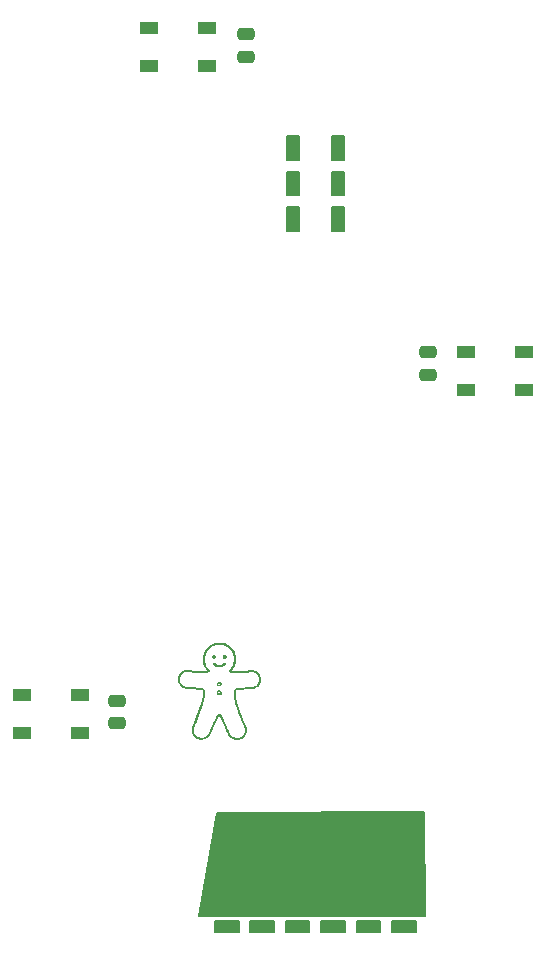
<source format=gbs>
%TF.GenerationSoftware,KiCad,Pcbnew,(6.0.7)*%
%TF.CreationDate,2022-11-21T20:09:17+01:00*%
%TF.ProjectId,Arbolito Tronco,4172626f-6c69-4746-9f20-54726f6e636f,rev?*%
%TF.SameCoordinates,Original*%
%TF.FileFunction,Soldermask,Bot*%
%TF.FilePolarity,Negative*%
%FSLAX46Y46*%
G04 Gerber Fmt 4.6, Leading zero omitted, Abs format (unit mm)*
G04 Created by KiCad (PCBNEW (6.0.7)) date 2022-11-21 20:09:17*
%MOMM*%
%LPD*%
G01*
G04 APERTURE LIST*
G04 Aperture macros list*
%AMRoundRect*
0 Rectangle with rounded corners*
0 $1 Rounding radius*
0 $2 $3 $4 $5 $6 $7 $8 $9 X,Y pos of 4 corners*
0 Add a 4 corners polygon primitive as box body*
4,1,4,$2,$3,$4,$5,$6,$7,$8,$9,$2,$3,0*
0 Add four circle primitives for the rounded corners*
1,1,$1+$1,$2,$3*
1,1,$1+$1,$4,$5*
1,1,$1+$1,$6,$7*
1,1,$1+$1,$8,$9*
0 Add four rect primitives between the rounded corners*
20,1,$1+$1,$2,$3,$4,$5,0*
20,1,$1+$1,$4,$5,$6,$7,0*
20,1,$1+$1,$6,$7,$8,$9,0*
20,1,$1+$1,$8,$9,$2,$3,0*%
G04 Aperture macros list end*
%ADD10C,0.150000*%
%ADD11R,1.500000X1.000000*%
%ADD12RoundRect,0.250000X-0.475000X0.250000X-0.475000X-0.250000X0.475000X-0.250000X0.475000X0.250000X0*%
G04 APERTURE END LIST*
D10*
G36*
X141900000Y-69100000D02*
G01*
X140900000Y-69100000D01*
X140900000Y-67100000D01*
X141900000Y-67100000D01*
X141900000Y-69100000D01*
G37*
X141900000Y-69100000D02*
X140900000Y-69100000D01*
X140900000Y-67100000D01*
X141900000Y-67100000D01*
X141900000Y-69100000D01*
G36*
X142000000Y-128500000D02*
G01*
X140000000Y-128500000D01*
X140000000Y-127500000D01*
X142000000Y-127500000D01*
X142000000Y-128500000D01*
G37*
X142000000Y-128500000D02*
X140000000Y-128500000D01*
X140000000Y-127500000D01*
X142000000Y-127500000D01*
X142000000Y-128500000D01*
G36*
X148000000Y-128500000D02*
G01*
X146000000Y-128500000D01*
X146000000Y-127500000D01*
X148000000Y-127500000D01*
X148000000Y-128500000D01*
G37*
X148000000Y-128500000D02*
X146000000Y-128500000D01*
X146000000Y-127500000D01*
X148000000Y-127500000D01*
X148000000Y-128500000D01*
G36*
X141900000Y-63100000D02*
G01*
X140900000Y-63100000D01*
X140900000Y-61100000D01*
X141900000Y-61100000D01*
X141900000Y-63100000D01*
G37*
X141900000Y-63100000D02*
X140900000Y-63100000D01*
X140900000Y-61100000D01*
X141900000Y-61100000D01*
X141900000Y-63100000D01*
G36*
X141900000Y-66100000D02*
G01*
X140900000Y-66100000D01*
X140900000Y-64100000D01*
X141900000Y-64100000D01*
X141900000Y-66100000D01*
G37*
X141900000Y-66100000D02*
X140900000Y-66100000D01*
X140900000Y-64100000D01*
X141900000Y-64100000D01*
X141900000Y-66100000D01*
G36*
X138100000Y-66100000D02*
G01*
X137100000Y-66100000D01*
X137100000Y-64100000D01*
X138100000Y-64100000D01*
X138100000Y-66100000D01*
G37*
X138100000Y-66100000D02*
X137100000Y-66100000D01*
X137100000Y-64100000D01*
X138100000Y-64100000D01*
X138100000Y-66100000D01*
G36*
X139000000Y-128500000D02*
G01*
X137000000Y-128500000D01*
X137000000Y-127500000D01*
X139000000Y-127500000D01*
X139000000Y-128500000D01*
G37*
X139000000Y-128500000D02*
X137000000Y-128500000D01*
X137000000Y-127500000D01*
X139000000Y-127500000D01*
X139000000Y-128500000D01*
G36*
X148765333Y-127090894D02*
G01*
X129661749Y-127089747D01*
X131161749Y-118389747D01*
X148660734Y-118299831D01*
X148765333Y-127090894D01*
G37*
X148765333Y-127090894D02*
X129661749Y-127089747D01*
X131161749Y-118389747D01*
X148660734Y-118299831D01*
X148765333Y-127090894D01*
G36*
X133000000Y-128500000D02*
G01*
X131000000Y-128500000D01*
X131000000Y-127500000D01*
X133000000Y-127500000D01*
X133000000Y-128500000D01*
G37*
X133000000Y-128500000D02*
X131000000Y-128500000D01*
X131000000Y-127500000D01*
X133000000Y-127500000D01*
X133000000Y-128500000D01*
G36*
X138100000Y-63100000D02*
G01*
X137100000Y-63100000D01*
X137100000Y-61100000D01*
X138100000Y-61100000D01*
X138100000Y-63100000D01*
G37*
X138100000Y-63100000D02*
X137100000Y-63100000D01*
X137100000Y-61100000D01*
X138100000Y-61100000D01*
X138100000Y-63100000D01*
G36*
X136000000Y-128500000D02*
G01*
X134000000Y-128500000D01*
X134000000Y-127500000D01*
X136000000Y-127500000D01*
X136000000Y-128500000D01*
G37*
X136000000Y-128500000D02*
X134000000Y-128500000D01*
X134000000Y-127500000D01*
X136000000Y-127500000D01*
X136000000Y-128500000D01*
G36*
X138100000Y-69100000D02*
G01*
X137100000Y-69100000D01*
X137100000Y-67100000D01*
X138100000Y-67100000D01*
X138100000Y-69100000D01*
G37*
X138100000Y-69100000D02*
X137100000Y-69100000D01*
X137100000Y-67100000D01*
X138100000Y-67100000D01*
X138100000Y-69100000D01*
G36*
X145000000Y-128500000D02*
G01*
X143000000Y-128500000D01*
X143000000Y-127500000D01*
X145000000Y-127500000D01*
X145000000Y-128500000D01*
G37*
X145000000Y-128500000D02*
X143000000Y-128500000D01*
X143000000Y-127500000D01*
X145000000Y-127500000D01*
X145000000Y-128500000D01*
%TO.C,G\u002A\u002A\u002A*%
G36*
X131873190Y-105024441D02*
G01*
X131914081Y-105041623D01*
X131917526Y-105044017D01*
X131958175Y-105080064D01*
X131982198Y-105121287D01*
X131992746Y-105172949D01*
X131993331Y-105184298D01*
X131985869Y-105239378D01*
X131962837Y-105287840D01*
X131926720Y-105325797D01*
X131880000Y-105349362D01*
X131848247Y-105356600D01*
X131804699Y-105356135D01*
X131758840Y-105340868D01*
X131728744Y-105323406D01*
X131691103Y-105285785D01*
X131667409Y-105239939D01*
X131658161Y-105189789D01*
X131663859Y-105139256D01*
X131685003Y-105092261D01*
X131722094Y-105052725D01*
X131729643Y-105047404D01*
X131773986Y-105027735D01*
X131824163Y-105019946D01*
X131873190Y-105024441D01*
G37*
G36*
X131553264Y-108319296D02*
G01*
X131514150Y-108366576D01*
X131460000Y-108404305D01*
X131459564Y-108404530D01*
X131425432Y-108414939D01*
X131381198Y-108419405D01*
X131335794Y-108417647D01*
X131298151Y-108409386D01*
X131290824Y-108406115D01*
X131263543Y-108389139D01*
X131236279Y-108366886D01*
X131203981Y-108329252D01*
X131176432Y-108273833D01*
X131168350Y-108227897D01*
X131293780Y-108227897D01*
X131306852Y-108260607D01*
X131334649Y-108284818D01*
X131361145Y-108296313D01*
X131385137Y-108298171D01*
X131410000Y-108287921D01*
X131423269Y-108279225D01*
X131447022Y-108250788D01*
X131454682Y-108212045D01*
X131454481Y-108205171D01*
X131443737Y-108170109D01*
X131420169Y-108145145D01*
X131388636Y-108132445D01*
X131353996Y-108134175D01*
X131321107Y-108152500D01*
X131314120Y-108159525D01*
X131296011Y-108192324D01*
X131293780Y-108227897D01*
X131168350Y-108227897D01*
X131166095Y-108215081D01*
X131172951Y-108156408D01*
X131196979Y-108101230D01*
X131238157Y-108052959D01*
X131242378Y-108049343D01*
X131295908Y-108016475D01*
X131353766Y-108001883D01*
X131412796Y-108005419D01*
X131469843Y-108026936D01*
X131521751Y-108066285D01*
X131547886Y-108097501D01*
X131574653Y-108151569D01*
X131584090Y-108208652D01*
X131583654Y-108212045D01*
X131576769Y-108265608D01*
X131553264Y-108319296D01*
G37*
G36*
X130966369Y-105003237D02*
G01*
X131018609Y-105023656D01*
X131033898Y-105033759D01*
X131072304Y-105073124D01*
X131096308Y-105121442D01*
X131104224Y-105174191D01*
X131094364Y-105226849D01*
X131094321Y-105226962D01*
X131071875Y-105265422D01*
X131037867Y-105301070D01*
X131000000Y-105325826D01*
X130983528Y-105332097D01*
X130931679Y-105339303D01*
X130881309Y-105329830D01*
X130835945Y-105305997D01*
X130799115Y-105270121D01*
X130774346Y-105224519D01*
X130765165Y-105171511D01*
X130769618Y-105130477D01*
X130789513Y-105080788D01*
X130822394Y-105041319D01*
X130865003Y-105013970D01*
X130914081Y-105000642D01*
X130966369Y-105003237D01*
G37*
G36*
X134907722Y-107178856D02*
G01*
X134880026Y-107296388D01*
X134835091Y-107408570D01*
X134774319Y-107513637D01*
X134699111Y-107609820D01*
X134610869Y-107695354D01*
X134510994Y-107768471D01*
X134400887Y-107827404D01*
X134281949Y-107870387D01*
X134275400Y-107872176D01*
X134260157Y-107875938D01*
X134242852Y-107879513D01*
X134222205Y-107883009D01*
X134196940Y-107886536D01*
X134165778Y-107890203D01*
X134127442Y-107894118D01*
X134080652Y-107898392D01*
X134024131Y-107903132D01*
X133956602Y-107908449D01*
X133876785Y-107914450D01*
X133783404Y-107921245D01*
X133675179Y-107928944D01*
X133550834Y-107937654D01*
X133409089Y-107947486D01*
X133248667Y-107958548D01*
X133194396Y-107962287D01*
X133099054Y-107968971D01*
X133020849Y-107974832D01*
X132957899Y-107980248D01*
X132908323Y-107985593D01*
X132870239Y-107991243D01*
X132841766Y-107997574D01*
X132821022Y-108004962D01*
X132806126Y-108013782D01*
X132795196Y-108024410D01*
X132786351Y-108037222D01*
X132777709Y-108052594D01*
X132775608Y-108056634D01*
X132769821Y-108071418D01*
X132765656Y-108090718D01*
X132762873Y-108117631D01*
X132761230Y-108155251D01*
X132760488Y-108206675D01*
X132760404Y-108275000D01*
X132761109Y-108331509D01*
X132765388Y-108427943D01*
X132774004Y-108523750D01*
X132787497Y-108622119D01*
X132806408Y-108726239D01*
X132831277Y-108839300D01*
X132862645Y-108964490D01*
X132901051Y-109105000D01*
X132931001Y-109206957D01*
X132967649Y-109324247D01*
X133009259Y-109451486D01*
X133054931Y-109586252D01*
X133103765Y-109726122D01*
X133154858Y-109868672D01*
X133207310Y-110011481D01*
X133260221Y-110152124D01*
X133312689Y-110288179D01*
X133363813Y-110417224D01*
X133412692Y-110536834D01*
X133458425Y-110644588D01*
X133500111Y-110738062D01*
X133536850Y-110814833D01*
X133567618Y-110877061D01*
X133611219Y-110970515D01*
X133645196Y-111052271D01*
X133670437Y-111125456D01*
X133687833Y-111193196D01*
X133698272Y-111258616D01*
X133702642Y-111324842D01*
X133701833Y-111395000D01*
X133694251Y-111489485D01*
X133678553Y-111574730D01*
X133653047Y-111655214D01*
X133615926Y-111738149D01*
X133559234Y-111835187D01*
X133479761Y-111935834D01*
X133387040Y-112021978D01*
X133282131Y-112092793D01*
X133166097Y-112147455D01*
X133040000Y-112185140D01*
X133002284Y-112191911D01*
X132919687Y-112199045D01*
X132830287Y-112198584D01*
X132741700Y-112190719D01*
X132661544Y-112175642D01*
X132598821Y-112156990D01*
X132485994Y-112109114D01*
X132380995Y-112045946D01*
X132286534Y-111969517D01*
X132205323Y-111881858D01*
X132140072Y-111785000D01*
X132137147Y-111779431D01*
X132124741Y-111753805D01*
X132105239Y-111712007D01*
X132079317Y-111655539D01*
X132047654Y-111585904D01*
X132010927Y-111504604D01*
X131969814Y-111413142D01*
X131924992Y-111313020D01*
X131877140Y-111205742D01*
X131826935Y-111092810D01*
X131775055Y-110975725D01*
X131751367Y-110922192D01*
X131700660Y-110807699D01*
X131652229Y-110698481D01*
X131606718Y-110595984D01*
X131564774Y-110501654D01*
X131527040Y-110416940D01*
X131494161Y-110343286D01*
X131466783Y-110282142D01*
X131445549Y-110234952D01*
X131431105Y-110203164D01*
X131424095Y-110188225D01*
X131409946Y-110164540D01*
X131394359Y-110152775D01*
X131371347Y-110150000D01*
X131344526Y-110154500D01*
X131322750Y-110167500D01*
X131319314Y-110173437D01*
X131307816Y-110196625D01*
X131289222Y-110235787D01*
X131264155Y-110289554D01*
X131233243Y-110356559D01*
X131197110Y-110435434D01*
X131156383Y-110524812D01*
X131111688Y-110623325D01*
X131063651Y-110729606D01*
X131012897Y-110842286D01*
X130960053Y-110960000D01*
X130927253Y-111033094D01*
X130874795Y-111149623D01*
X130824419Y-111261079D01*
X130776798Y-111365994D01*
X130732606Y-111462904D01*
X130692516Y-111550341D01*
X130657199Y-111626839D01*
X130627331Y-111690934D01*
X130603583Y-111741157D01*
X130586628Y-111776044D01*
X130577140Y-111794129D01*
X130558991Y-111821826D01*
X130514415Y-111878995D01*
X130461091Y-111937468D01*
X130404533Y-111991393D01*
X130350253Y-112034919D01*
X130279173Y-112080492D01*
X130167497Y-112134578D01*
X130053213Y-112170724D01*
X129937844Y-112189704D01*
X129822910Y-112192291D01*
X129709933Y-112179258D01*
X129600435Y-112151379D01*
X129495936Y-112109427D01*
X129397959Y-112054177D01*
X129308024Y-111986399D01*
X129227654Y-111906870D01*
X129158369Y-111816361D01*
X129101691Y-111715646D01*
X129059141Y-111605499D01*
X129032241Y-111486692D01*
X129022512Y-111360000D01*
X129022573Y-111339134D01*
X129026550Y-111260097D01*
X129037498Y-111186474D01*
X129056733Y-111112957D01*
X129085570Y-111034235D01*
X129125324Y-110945000D01*
X129204997Y-110774066D01*
X129313807Y-110530544D01*
X129416745Y-110288164D01*
X129513206Y-110048633D01*
X129602586Y-109813656D01*
X129684283Y-109584941D01*
X129757693Y-109364192D01*
X129822212Y-109153118D01*
X129877238Y-108953423D01*
X129922166Y-108766815D01*
X129956393Y-108595000D01*
X129959109Y-108578536D01*
X129967043Y-108517334D01*
X129973282Y-108448657D01*
X129977773Y-108375924D01*
X129980462Y-108302555D01*
X129981295Y-108231972D01*
X129980219Y-108167595D01*
X129977180Y-108112843D01*
X129972125Y-108071138D01*
X129965000Y-108045899D01*
X129964715Y-108045344D01*
X129958400Y-108032799D01*
X129952319Y-108021943D01*
X129945032Y-108012546D01*
X129935096Y-108004377D01*
X129921072Y-107997203D01*
X129901518Y-107990793D01*
X129874994Y-107984918D01*
X129840057Y-107979344D01*
X129795268Y-107973841D01*
X129739185Y-107968177D01*
X129670367Y-107962122D01*
X129587373Y-107955443D01*
X129488762Y-107947911D01*
X129373093Y-107939292D01*
X129238925Y-107929356D01*
X129212783Y-107927415D01*
X129073973Y-107917003D01*
X128953271Y-107907699D01*
X128849106Y-107899315D01*
X128759905Y-107891658D01*
X128684094Y-107884537D01*
X128620102Y-107877762D01*
X128566355Y-107871142D01*
X128521281Y-107864486D01*
X128483307Y-107857602D01*
X128450860Y-107850301D01*
X128422368Y-107842391D01*
X128396259Y-107833680D01*
X128370959Y-107823979D01*
X128270695Y-107774341D01*
X128171201Y-107706119D01*
X128080061Y-107624156D01*
X128000164Y-107531419D01*
X127934401Y-107430878D01*
X127885660Y-107325501D01*
X127873214Y-107289270D01*
X127843999Y-107167048D01*
X127834778Y-107050501D01*
X128005000Y-107050501D01*
X128008024Y-107102823D01*
X128025581Y-107194677D01*
X128056889Y-107287125D01*
X128099756Y-107374217D01*
X128151994Y-107450000D01*
X128175466Y-107477040D01*
X128255582Y-107552745D01*
X128345104Y-107615799D01*
X128440223Y-107663787D01*
X128537132Y-107694293D01*
X128539889Y-107694843D01*
X128566372Y-107698646D01*
X128610692Y-107703644D01*
X128671059Y-107709682D01*
X128745682Y-107716599D01*
X128832772Y-107724240D01*
X128930539Y-107732446D01*
X129037193Y-107741059D01*
X129150943Y-107749921D01*
X129270000Y-107758876D01*
X129385256Y-107767460D01*
X129511603Y-107777082D01*
X129619982Y-107785621D01*
X129711499Y-107793179D01*
X129787260Y-107799860D01*
X129848368Y-107805764D01*
X129895930Y-107810996D01*
X129931049Y-107815657D01*
X129954832Y-107819849D01*
X129968382Y-107823677D01*
X129979666Y-107828617D01*
X130037940Y-107863602D01*
X130083622Y-107910113D01*
X130117684Y-107969771D01*
X130141092Y-108044194D01*
X130154818Y-108135000D01*
X130155213Y-108139367D01*
X130159525Y-108259134D01*
X130152974Y-108394625D01*
X130135819Y-108544978D01*
X130108314Y-108709333D01*
X130070717Y-108886828D01*
X130023284Y-109076604D01*
X129966272Y-109277800D01*
X129899937Y-109489555D01*
X129824537Y-109711007D01*
X129740327Y-109941297D01*
X129647564Y-110179564D01*
X129546505Y-110424946D01*
X129437406Y-110676584D01*
X129320524Y-110933616D01*
X129317949Y-110939156D01*
X129280297Y-111021536D01*
X129250913Y-111089680D01*
X129228898Y-111146900D01*
X129213352Y-111196506D01*
X129203376Y-111241808D01*
X129198069Y-111286118D01*
X129196532Y-111332745D01*
X129197866Y-111385000D01*
X129202712Y-111445398D01*
X129224400Y-111553567D01*
X129263096Y-111652363D01*
X129319706Y-111743827D01*
X129395134Y-111830000D01*
X129400324Y-111835092D01*
X129475033Y-111898926D01*
X129554784Y-111948263D01*
X129646651Y-111987532D01*
X129664834Y-111993824D01*
X129694574Y-112002644D01*
X129723845Y-112008433D01*
X129757762Y-112011825D01*
X129801442Y-112013453D01*
X129860000Y-112013951D01*
X129899430Y-112013907D01*
X129947368Y-112013021D01*
X129983657Y-112010591D01*
X130013367Y-112005996D01*
X130041574Y-111998617D01*
X130073350Y-111987830D01*
X130115859Y-111970917D01*
X130163731Y-111949055D01*
X130203350Y-111928205D01*
X130234843Y-111907121D01*
X130281077Y-111869676D01*
X130328923Y-111825189D01*
X130373830Y-111778210D01*
X130411246Y-111733291D01*
X130436618Y-111694982D01*
X130439192Y-111689880D01*
X130450702Y-111665662D01*
X130469428Y-111625300D01*
X130494699Y-111570270D01*
X130525846Y-111502045D01*
X130562199Y-111422099D01*
X130603089Y-111331907D01*
X130647846Y-111232941D01*
X130695800Y-111126676D01*
X130746282Y-111014586D01*
X130798623Y-110898144D01*
X130821403Y-110847432D01*
X130873005Y-110732666D01*
X130922440Y-110622872D01*
X130969039Y-110519525D01*
X131012134Y-110424100D01*
X131051058Y-110338073D01*
X131085142Y-110262920D01*
X131113718Y-110200116D01*
X131136119Y-110151136D01*
X131151676Y-110117455D01*
X131159721Y-110100550D01*
X131183703Y-110062944D01*
X131229569Y-110018857D01*
X131284846Y-109988965D01*
X131345785Y-109974518D01*
X131408638Y-109976771D01*
X131469655Y-109996976D01*
X131478270Y-110001373D01*
X131492448Y-110009326D01*
X131505688Y-110018537D01*
X131518685Y-110030315D01*
X131532131Y-110045971D01*
X131546721Y-110066816D01*
X131563149Y-110094161D01*
X131582107Y-110129316D01*
X131604289Y-110173592D01*
X131630390Y-110228300D01*
X131661102Y-110294749D01*
X131697120Y-110374252D01*
X131739136Y-110468117D01*
X131787845Y-110577657D01*
X131843941Y-110704181D01*
X131862033Y-110745015D01*
X131911161Y-110855945D01*
X131959370Y-110964859D01*
X132005760Y-111069723D01*
X132049433Y-111168504D01*
X132089491Y-111259169D01*
X132125034Y-111339684D01*
X132155166Y-111408016D01*
X132178986Y-111462133D01*
X132195597Y-111500000D01*
X132213686Y-111540439D01*
X132241389Y-111599407D01*
X132268525Y-111654100D01*
X132292727Y-111699785D01*
X132311625Y-111731731D01*
X132374802Y-111812615D01*
X132457548Y-111888206D01*
X132553211Y-111949566D01*
X132660096Y-111995412D01*
X132715865Y-112011467D01*
X132772990Y-112021252D01*
X132840000Y-112025998D01*
X132909129Y-112026033D01*
X132995264Y-112016516D01*
X133077943Y-111994428D01*
X133165000Y-111958134D01*
X133179724Y-111950951D01*
X133220099Y-111928906D01*
X133255569Y-111904520D01*
X133292001Y-111873420D01*
X133335259Y-111831236D01*
X133378007Y-111785040D01*
X133436278Y-111706784D01*
X133479832Y-111623546D01*
X133511791Y-111530000D01*
X133514359Y-111519816D01*
X133524353Y-111459093D01*
X133529046Y-111389305D01*
X133528446Y-111317542D01*
X133522561Y-111250895D01*
X133511400Y-111196451D01*
X133508158Y-111187027D01*
X133496623Y-111157272D01*
X133478296Y-111112200D01*
X133453980Y-111053710D01*
X133424476Y-110983701D01*
X133390588Y-110904071D01*
X133353116Y-110816720D01*
X133312864Y-110723547D01*
X133270634Y-110626451D01*
X133255528Y-110591780D01*
X133211217Y-110489434D01*
X133167629Y-110387869D01*
X133125817Y-110289588D01*
X133086832Y-110197092D01*
X133051723Y-110112884D01*
X133021543Y-110039464D01*
X132997342Y-109979335D01*
X132980171Y-109935000D01*
X132915847Y-109758186D01*
X132839656Y-109534167D01*
X132772867Y-109319761D01*
X132715678Y-109115856D01*
X132668285Y-108923340D01*
X132630888Y-108743100D01*
X132603684Y-108576023D01*
X132586871Y-108422998D01*
X132580646Y-108284911D01*
X132585207Y-108162651D01*
X132587839Y-108135291D01*
X132593331Y-108088378D01*
X132599176Y-108048422D01*
X132604484Y-108021919D01*
X132617634Y-107985318D01*
X132653928Y-107926448D01*
X132703978Y-107876954D01*
X132764090Y-107840145D01*
X132830570Y-107819329D01*
X132833773Y-107818844D01*
X132858661Y-107816081D01*
X132901172Y-107812167D01*
X132959436Y-107807246D01*
X133031581Y-107801464D01*
X133115734Y-107794966D01*
X133210024Y-107787896D01*
X133312580Y-107780401D01*
X133421529Y-107772625D01*
X133535000Y-107764714D01*
X133574996Y-107761944D01*
X133711251Y-107752278D01*
X133833991Y-107743198D01*
X133942294Y-107734782D01*
X134035240Y-107727109D01*
X134111905Y-107720256D01*
X134171368Y-107714301D01*
X134212707Y-107709323D01*
X134235000Y-107705400D01*
X134258899Y-107698330D01*
X134351664Y-107660165D01*
X134441604Y-107607339D01*
X134523104Y-107543530D01*
X134590550Y-107472418D01*
X134620824Y-107431648D01*
X134676499Y-107336656D01*
X134715789Y-107237494D01*
X134738028Y-107136726D01*
X134742550Y-107036919D01*
X134728690Y-106940638D01*
X134721663Y-106914701D01*
X134681463Y-106811897D01*
X134624909Y-106719038D01*
X134553615Y-106637739D01*
X134469197Y-106569615D01*
X134373268Y-106516278D01*
X134267442Y-106479345D01*
X134239962Y-106472777D01*
X134199526Y-106465460D01*
X134158735Y-106461783D01*
X134113739Y-106461803D01*
X134060684Y-106465578D01*
X133995722Y-106473167D01*
X133915000Y-106484626D01*
X133884746Y-106489115D01*
X133758306Y-106507130D01*
X133645756Y-106521617D01*
X133542414Y-106532931D01*
X133443599Y-106541429D01*
X133344631Y-106547469D01*
X133240829Y-106551407D01*
X133127513Y-106553600D01*
X133000000Y-106554406D01*
X132952347Y-106554448D01*
X132851270Y-106554134D01*
X132766120Y-106553053D01*
X132694027Y-106550976D01*
X132632122Y-106547677D01*
X132577536Y-106542929D01*
X132527400Y-106536504D01*
X132478845Y-106528174D01*
X132429002Y-106517713D01*
X132375000Y-106504893D01*
X132304084Y-106485840D01*
X132245403Y-106465781D01*
X132203033Y-106444996D01*
X132175096Y-106422302D01*
X132159711Y-106396517D01*
X132155000Y-106366458D01*
X132157170Y-106353238D01*
X132166019Y-106335213D01*
X132183546Y-106311398D01*
X132211718Y-106279158D01*
X132252500Y-106235860D01*
X132259287Y-106228755D01*
X132363832Y-106106899D01*
X132449192Y-105981172D01*
X132516008Y-105850096D01*
X132564923Y-105712193D01*
X132596578Y-105565987D01*
X132611617Y-105410000D01*
X132611411Y-105300334D01*
X132594837Y-105149493D01*
X132560119Y-105003716D01*
X132508236Y-104864389D01*
X132440165Y-104732895D01*
X132356885Y-104610618D01*
X132259372Y-104498941D01*
X132148605Y-104399248D01*
X132025563Y-104312923D01*
X131891221Y-104241350D01*
X131746560Y-104185913D01*
X131636699Y-104157183D01*
X131487154Y-104135216D01*
X131336115Y-104131618D01*
X131185978Y-104146122D01*
X131039138Y-104178460D01*
X130897992Y-104228365D01*
X130764934Y-104295569D01*
X130762687Y-104296900D01*
X130628828Y-104387233D01*
X130510162Y-104489963D01*
X130407247Y-104604166D01*
X130320641Y-104728920D01*
X130250901Y-104863303D01*
X130198586Y-105006393D01*
X130164253Y-105157265D01*
X130148460Y-105315000D01*
X130148387Y-105316866D01*
X130148125Y-105434881D01*
X130157730Y-105542854D01*
X130178302Y-105648610D01*
X130210939Y-105759975D01*
X130229976Y-105813381D01*
X130279736Y-105926525D01*
X130340718Y-106031777D01*
X130415624Y-106133482D01*
X130507156Y-106235980D01*
X130513288Y-106242343D01*
X130548753Y-106279985D01*
X130572389Y-106307462D01*
X130586463Y-106328010D01*
X130593244Y-106344863D01*
X130595000Y-106361255D01*
X130595000Y-106361361D01*
X130590597Y-106391797D01*
X130580062Y-106416877D01*
X130579946Y-106417042D01*
X130555872Y-106437444D01*
X130513908Y-106457616D01*
X130456147Y-106477132D01*
X130384681Y-106495566D01*
X130301601Y-106512491D01*
X130209001Y-106527480D01*
X130108973Y-106540106D01*
X130003609Y-106549944D01*
X129895000Y-106556566D01*
X129874579Y-106557339D01*
X129776162Y-106558199D01*
X129662342Y-106555289D01*
X129536497Y-106548876D01*
X129402010Y-106539227D01*
X129262261Y-106526609D01*
X129120631Y-106511289D01*
X128980500Y-106493535D01*
X128845250Y-106473614D01*
X128808260Y-106467921D01*
X128720563Y-106456441D01*
X128647333Y-106450482D01*
X128585125Y-106449961D01*
X128530495Y-106454797D01*
X128480000Y-106464906D01*
X128394416Y-106493820D01*
X128301599Y-106542425D01*
X128218262Y-106604933D01*
X128146153Y-106679185D01*
X128087023Y-106763025D01*
X128042622Y-106854295D01*
X128014697Y-106950840D01*
X128005000Y-107050501D01*
X127834778Y-107050501D01*
X127834435Y-107046171D01*
X127844253Y-106927822D01*
X127873185Y-106813187D01*
X127920963Y-106703452D01*
X127987317Y-106599800D01*
X128071979Y-106503418D01*
X128101264Y-106476141D01*
X128190953Y-106408074D01*
X128290109Y-106352380D01*
X128395289Y-106310272D01*
X128503052Y-106282965D01*
X128609955Y-106271670D01*
X128712557Y-106277603D01*
X128728823Y-106280051D01*
X128773889Y-106286826D01*
X128830353Y-106295309D01*
X128892596Y-106304657D01*
X128955000Y-106314024D01*
X129135949Y-106338688D01*
X129366429Y-106362800D01*
X129589512Y-106377891D01*
X129801826Y-106383747D01*
X130000000Y-106380155D01*
X130046677Y-106377684D01*
X130117512Y-106372434D01*
X130184000Y-106365817D01*
X130243013Y-106358251D01*
X130291423Y-106350157D01*
X130326103Y-106341953D01*
X130343923Y-106334058D01*
X130344023Y-106333923D01*
X130339363Y-106324447D01*
X130324664Y-106304341D01*
X130302939Y-106277743D01*
X130240970Y-106198940D01*
X130154175Y-106063217D01*
X130082537Y-105916549D01*
X130027187Y-105761375D01*
X129989252Y-105600134D01*
X129982043Y-105546959D01*
X129976299Y-105467801D01*
X129974186Y-105380580D01*
X129975698Y-105291746D01*
X129980830Y-105207744D01*
X129989579Y-105135024D01*
X130011571Y-105031274D01*
X130053206Y-104898059D01*
X130108274Y-104766207D01*
X130174313Y-104641469D01*
X130248861Y-104529594D01*
X130264918Y-104508916D01*
X130323082Y-104441215D01*
X130390356Y-104371385D01*
X130461772Y-104304173D01*
X130532366Y-104244327D01*
X130597170Y-104196596D01*
X130663436Y-104155294D01*
X130801763Y-104083922D01*
X130947796Y-104026239D01*
X131095000Y-103985022D01*
X131119674Y-103980219D01*
X131190310Y-103970907D01*
X131272472Y-103964800D01*
X131360343Y-103962015D01*
X131448108Y-103962671D01*
X131529951Y-103966885D01*
X131600054Y-103974776D01*
X131685073Y-103990779D01*
X131842951Y-104035355D01*
X131992560Y-104097223D01*
X132132816Y-104175344D01*
X132262639Y-104268679D01*
X132380945Y-104376189D01*
X132486652Y-104496835D01*
X132578677Y-104629578D01*
X132655939Y-104773379D01*
X132717355Y-104927199D01*
X132761843Y-105090000D01*
X132767237Y-105120391D01*
X132774536Y-105186145D01*
X132779109Y-105263399D01*
X132780961Y-105346933D01*
X132780097Y-105431527D01*
X132776524Y-105511961D01*
X132770247Y-105583016D01*
X132761270Y-105639474D01*
X132757036Y-105658303D01*
X132717477Y-105797681D01*
X132665002Y-105933319D01*
X132601508Y-106061331D01*
X132528892Y-106177835D01*
X132449049Y-106278945D01*
X132447388Y-106280798D01*
X132425243Y-106306600D01*
X132410482Y-106325849D01*
X132406223Y-106334498D01*
X132406963Y-106334941D01*
X132421099Y-106339167D01*
X132448805Y-106345754D01*
X132485000Y-106353478D01*
X132495155Y-106355493D01*
X132602196Y-106371749D01*
X132726107Y-106382671D01*
X132864728Y-106388318D01*
X133015899Y-106388751D01*
X133177461Y-106384028D01*
X133347253Y-106374210D01*
X133523114Y-106359356D01*
X133702886Y-106339527D01*
X133884406Y-106314781D01*
X133958763Y-106304412D01*
X134053549Y-106294396D01*
X134135416Y-106290608D01*
X134208033Y-106293234D01*
X134275070Y-106302462D01*
X134340198Y-106318480D01*
X134407086Y-106341474D01*
X134500878Y-106385246D01*
X134602727Y-106452156D01*
X134693747Y-106533833D01*
X134771440Y-106627988D01*
X134833308Y-106732328D01*
X134847475Y-106762094D01*
X134880723Y-106842497D01*
X134902340Y-106916520D01*
X134913843Y-106990306D01*
X134915544Y-107036919D01*
X134916752Y-107070000D01*
X134907722Y-107178856D01*
G37*
G36*
X130953139Y-105660207D02*
G01*
X130973317Y-105663463D01*
X130993212Y-105672792D01*
X131017621Y-105690897D01*
X131051339Y-105720479D01*
X131061715Y-105729775D01*
X131129531Y-105784066D01*
X131193850Y-105822288D01*
X131259173Y-105846158D01*
X131329997Y-105857394D01*
X131410819Y-105857713D01*
X131479177Y-105850041D01*
X131553953Y-105828657D01*
X131622589Y-105792075D01*
X131690200Y-105738106D01*
X131696511Y-105732338D01*
X131727386Y-105705327D01*
X131754235Y-105683632D01*
X131771843Y-105671504D01*
X131775942Y-105669465D01*
X131815169Y-105660626D01*
X131852751Y-105668601D01*
X131884626Y-105690696D01*
X131906730Y-105724216D01*
X131915000Y-105766465D01*
X131914605Y-105773356D01*
X131901959Y-105810090D01*
X131873529Y-105850423D01*
X131832044Y-105892339D01*
X131780232Y-105933824D01*
X131720821Y-105972861D01*
X131656540Y-106007435D01*
X131590117Y-106035530D01*
X131524280Y-106055130D01*
X131506053Y-106058732D01*
X131437648Y-106065762D01*
X131355000Y-106066136D01*
X131284399Y-106060612D01*
X131183979Y-106039670D01*
X131091306Y-106002539D01*
X131003494Y-105947957D01*
X130917656Y-105874659D01*
X130914199Y-105871310D01*
X130882156Y-105839575D01*
X130861889Y-105816885D01*
X130850724Y-105799070D01*
X130845986Y-105781962D01*
X130845000Y-105761390D01*
X130849100Y-105730164D01*
X130868418Y-105693128D01*
X130901011Y-105668768D01*
X130944032Y-105660000D01*
X130953139Y-105660207D01*
G37*
G36*
X131550249Y-107582307D02*
G01*
X131511473Y-107627946D01*
X131460086Y-107661350D01*
X131402237Y-107677619D01*
X131341194Y-107676249D01*
X131282697Y-107657441D01*
X131231240Y-107621969D01*
X131203805Y-107590488D01*
X131177033Y-107537740D01*
X131166286Y-107480930D01*
X131167546Y-107465930D01*
X131290183Y-107465930D01*
X131295753Y-107495574D01*
X131318234Y-107527500D01*
X131334402Y-107540400D01*
X131367994Y-107550319D01*
X131403429Y-107545790D01*
X131433257Y-107526855D01*
X131440005Y-107518777D01*
X131454698Y-107485100D01*
X131453397Y-107450588D01*
X131438185Y-107420070D01*
X131411144Y-107398370D01*
X131374356Y-107390318D01*
X131347936Y-107393347D01*
X131316275Y-107410246D01*
X131295674Y-107443228D01*
X131290183Y-107465930D01*
X131167546Y-107465930D01*
X131171086Y-107423796D01*
X131190955Y-107370077D01*
X131225414Y-107323513D01*
X131273986Y-107287843D01*
X131308259Y-107273118D01*
X131370147Y-107261402D01*
X131429902Y-107267742D01*
X131484492Y-107291127D01*
X131530882Y-107330549D01*
X131566042Y-107385000D01*
X131575902Y-107411137D01*
X131583965Y-107469988D01*
X131581621Y-107485100D01*
X131574914Y-107528350D01*
X131550249Y-107582307D01*
G37*
%TD*%
D11*
%TO.C,U3*%
X157150000Y-79350000D03*
X157150000Y-82550000D03*
X152250000Y-82550000D03*
X152250000Y-79350000D03*
%TD*%
D12*
%TO.C,C13*%
X122700000Y-108900000D03*
X122700000Y-110800000D03*
%TD*%
D11*
%TO.C,U6*%
X130300000Y-51950000D03*
X130300000Y-55150000D03*
X125400000Y-55150000D03*
X125400000Y-51950000D03*
%TD*%
%TO.C,U2*%
X119550000Y-108400000D03*
X119550000Y-111600000D03*
X114650000Y-111600000D03*
X114650000Y-108400000D03*
%TD*%
D12*
%TO.C,C15*%
X133600000Y-52450000D03*
X133600000Y-54350000D03*
%TD*%
%TO.C,C11*%
X149050000Y-79400000D03*
X149050000Y-81300000D03*
%TD*%
M02*

</source>
